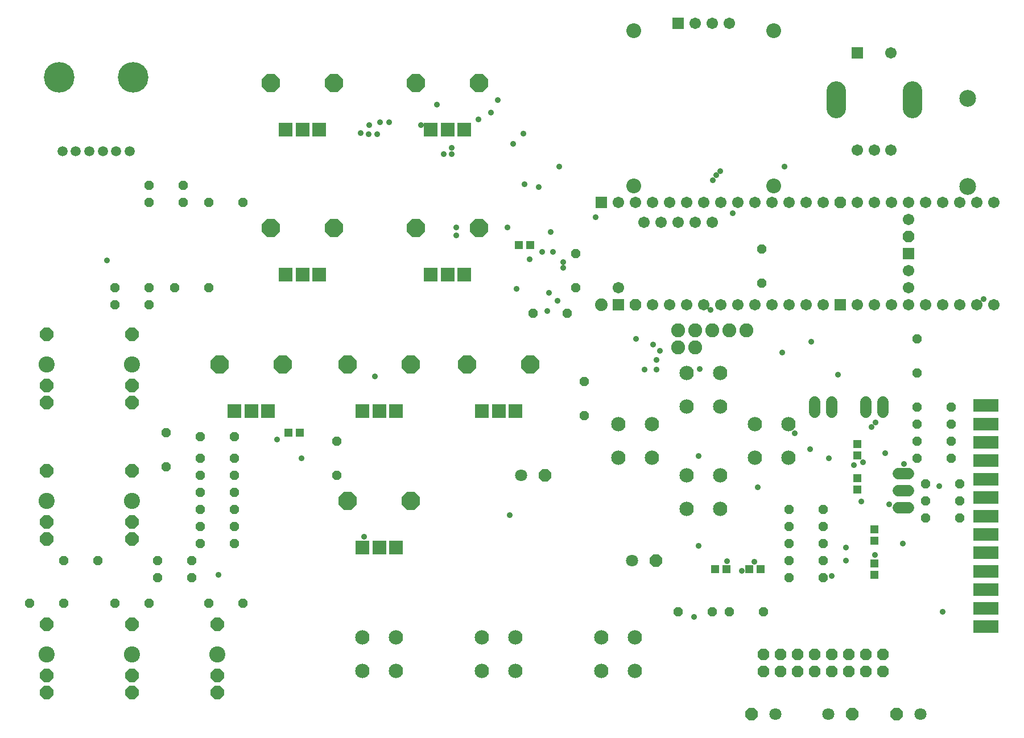
<source format=gbr>
G04 EAGLE Gerber RS-274X export*
G75*
%MOMM*%
%FSLAX34Y34*%
%LPD*%
%INSoldermask Top*%
%IPPOS*%
%AMOC8*
5,1,8,0,0,1.08239X$1,22.5*%
G01*
%ADD10R,3.703200X1.903200*%
%ADD11P,1.539592X8X22.500000*%
%ADD12P,1.539592X8X202.500000*%
%ADD13C,1.727200*%
%ADD14C,2.133600*%
%ADD15R,2.082800X2.082800*%
%ADD16P,2.969212X8X112.500000*%
%ADD17P,2.144431X8X22.500000*%
%ADD18C,2.403200*%
%ADD19R,1.703200X1.703200*%
%ADD20C,1.879600*%
%ADD21P,1.843527X8X292.500000*%
%ADD22C,1.703200*%
%ADD23R,1.203200X1.303200*%
%ADD24R,1.303200X1.203200*%
%ADD25P,1.951982X8X22.500000*%
%ADD26C,1.803400*%
%ADD27P,1.951982X8X202.500000*%
%ADD28P,1.869504X8X22.500000*%
%ADD29P,1.539592X8X112.500000*%
%ADD30C,2.903200*%
%ADD31P,1.539592X8X292.500000*%
%ADD32C,1.503200*%
%ADD33C,4.553200*%
%ADD34C,2.203200*%
%ADD35C,2.503200*%
%ADD36C,2.082800*%
%ADD37C,0.889000*%
%ADD38C,0.908800*%


D10*
X1689612Y497334D03*
X1689610Y469900D03*
X1689612Y442466D03*
X1689612Y415038D03*
X1689614Y387602D03*
X1689612Y360174D03*
X1689610Y332740D03*
X1689612Y305306D03*
X1689612Y277878D03*
X1689614Y250442D03*
X1689612Y223014D03*
X1689610Y195580D03*
X1689612Y168146D03*
D11*
X1231900Y190500D03*
X1282700Y190500D03*
X1308100Y190500D03*
X1358900Y190500D03*
D12*
X1447800Y342900D03*
X1397000Y342900D03*
D11*
X1397000Y292100D03*
X1447800Y292100D03*
X1397000Y241300D03*
X1447800Y241300D03*
X1397000Y266700D03*
X1447800Y266700D03*
X1397000Y317500D03*
X1447800Y317500D03*
X1587500Y419100D03*
X1638300Y419100D03*
X1587500Y444500D03*
X1638300Y444500D03*
X1587500Y469900D03*
X1638300Y469900D03*
X1587500Y495300D03*
X1638300Y495300D03*
D13*
X1574800Y345440D02*
X1559560Y345440D01*
X1559560Y370840D02*
X1574800Y370840D01*
X1574800Y396240D02*
X1559560Y396240D01*
D14*
X1245000Y393300D03*
X1295000Y393300D03*
X1245000Y343300D03*
X1295000Y343300D03*
X1245000Y545700D03*
X1295000Y545700D03*
X1245000Y495700D03*
X1295000Y495700D03*
D15*
X621900Y488800D03*
X596900Y488800D03*
X571900Y488800D03*
D16*
X643900Y558800D03*
X549900Y558800D03*
D12*
X495300Y825500D03*
X444500Y825500D03*
X584200Y800100D03*
X533400Y800100D03*
X1066800Y635000D03*
X1016000Y635000D03*
X495300Y800100D03*
X444500Y800100D03*
D17*
X292100Y527050D03*
X292100Y603250D03*
X292100Y501650D03*
D18*
X292100Y558800D03*
D19*
X1117600Y800100D03*
X1574800Y723900D03*
X1143000Y647700D03*
D20*
X1117600Y647700D03*
D21*
X1168400Y647700D03*
X1574800Y749300D03*
D22*
X1574800Y774700D03*
X1574800Y698500D03*
X1574800Y673100D03*
X1447800Y647700D03*
X1447800Y800100D03*
X1143000Y800100D03*
X1168400Y800100D03*
X1193800Y800100D03*
X1219200Y800100D03*
X1244600Y800100D03*
X1270000Y800100D03*
X1295400Y800100D03*
X1320800Y800100D03*
X1346200Y800100D03*
X1371600Y800100D03*
X1397000Y800100D03*
X1422400Y800100D03*
X1143000Y673100D03*
X1422400Y647700D03*
X1397000Y647700D03*
X1371600Y647700D03*
X1346200Y647700D03*
X1320800Y647700D03*
X1295400Y647700D03*
X1270000Y647700D03*
X1244600Y647700D03*
X1219200Y647700D03*
X1193800Y647700D03*
D21*
X1473200Y800100D03*
D22*
X1524000Y800100D03*
X1549400Y800100D03*
X1574800Y800100D03*
X1600200Y800100D03*
X1625600Y800100D03*
X1651000Y800100D03*
X1676400Y800100D03*
X1701800Y800100D03*
X1498600Y647700D03*
X1524000Y647700D03*
X1549400Y647700D03*
X1574800Y647700D03*
X1600200Y647700D03*
X1625600Y647700D03*
X1651000Y647700D03*
X1676400Y647700D03*
X1701800Y647700D03*
X1181100Y770100D03*
X1206500Y770100D03*
X1231900Y770100D03*
X1257300Y770100D03*
X1282700Y770100D03*
X1498600Y800100D03*
D19*
X1473200Y647700D03*
D23*
X1498600Y372500D03*
X1498600Y389500D03*
X1498600Y423300D03*
X1498600Y440300D03*
D24*
X1303900Y254000D03*
X1286900Y254000D03*
X1354700Y254000D03*
X1337700Y254000D03*
D23*
X1524000Y245500D03*
X1524000Y262500D03*
X1524000Y296300D03*
X1524000Y313300D03*
D25*
X1490980Y38100D03*
D26*
X1455420Y38100D03*
D27*
X1341120Y38100D03*
D26*
X1376680Y38100D03*
D28*
X1358900Y127000D03*
X1358900Y101600D03*
X1384300Y127000D03*
X1384300Y101600D03*
X1409700Y127000D03*
X1409700Y101600D03*
X1435100Y127000D03*
X1435100Y101600D03*
X1460500Y127000D03*
X1460500Y101600D03*
X1485900Y127000D03*
X1485900Y101600D03*
X1511300Y127000D03*
X1511300Y101600D03*
X1536700Y127000D03*
X1536700Y101600D03*
D27*
X1557020Y38100D03*
D26*
X1592580Y38100D03*
D15*
X990200Y488800D03*
X965200Y488800D03*
X940200Y488800D03*
D16*
X1012200Y558800D03*
X918200Y558800D03*
D11*
X1600200Y330200D03*
X1651000Y330200D03*
X1600200Y355600D03*
X1651000Y355600D03*
X1600200Y381000D03*
X1651000Y381000D03*
D29*
X1092200Y482600D03*
X1092200Y533400D03*
X1356360Y679450D03*
X1356360Y730250D03*
X1587500Y546100D03*
X1587500Y596900D03*
D14*
X762400Y152000D03*
X812400Y152000D03*
X762400Y102000D03*
X812400Y102000D03*
X1143400Y469500D03*
X1193400Y469500D03*
X1143400Y419500D03*
X1193400Y419500D03*
X940200Y152000D03*
X990200Y152000D03*
X940200Y102000D03*
X990200Y102000D03*
X1346600Y469500D03*
X1396600Y469500D03*
X1346600Y419500D03*
X1396600Y419500D03*
D15*
X812400Y488800D03*
X787400Y488800D03*
X762400Y488800D03*
D16*
X834400Y558800D03*
X740400Y558800D03*
D15*
X698100Y907900D03*
X673100Y907900D03*
X648100Y907900D03*
D16*
X720100Y977900D03*
X626100Y977900D03*
D15*
X914000Y907900D03*
X889000Y907900D03*
X864000Y907900D03*
D16*
X936000Y977900D03*
X842000Y977900D03*
D22*
X1549000Y1022500D03*
D19*
X1499000Y1022500D03*
D22*
X1499000Y877500D03*
X1524000Y877500D03*
X1549000Y877500D03*
D30*
X1467000Y939000D02*
X1467000Y966000D01*
X1581000Y966000D02*
X1581000Y939000D01*
D14*
X1118000Y152000D03*
X1168000Y152000D03*
X1118000Y102000D03*
X1168000Y102000D03*
D15*
X698100Y692000D03*
X673100Y692000D03*
X648100Y692000D03*
D16*
X720100Y762000D03*
X626100Y762000D03*
D15*
X914000Y692000D03*
X889000Y692000D03*
X864000Y692000D03*
D16*
X936000Y762000D03*
X842000Y762000D03*
D15*
X812400Y285600D03*
X787400Y285600D03*
X762400Y285600D03*
D16*
X834400Y355600D03*
X740400Y355600D03*
D31*
X469900Y457200D03*
X469900Y406400D03*
D25*
X1033780Y393700D03*
D26*
X998220Y393700D03*
D25*
X1198880Y266700D03*
D26*
X1163320Y266700D03*
D12*
X444500Y673100D03*
X393700Y673100D03*
D29*
X1079500Y673100D03*
X1079500Y723900D03*
D11*
X482600Y673100D03*
X533400Y673100D03*
D12*
X444500Y647700D03*
X393700Y647700D03*
D17*
X419100Y527050D03*
X419100Y603250D03*
X419100Y501650D03*
D18*
X419100Y558800D03*
D32*
X355600Y876300D03*
X375600Y876300D03*
X395600Y876300D03*
X335600Y876300D03*
X315600Y876300D03*
X415600Y876300D03*
D33*
X310600Y986300D03*
X420600Y986300D03*
D19*
X1231900Y1066800D03*
D22*
X1257300Y1066800D03*
X1282700Y1066800D03*
X1308100Y1066800D03*
D34*
X1165860Y1055370D03*
X1374140Y1055370D03*
X1374140Y824230D03*
X1165860Y824230D03*
D12*
X571500Y393700D03*
X520700Y393700D03*
D11*
X520700Y419100D03*
X571500Y419100D03*
D12*
X571500Y450850D03*
X520700Y450850D03*
D11*
X520700Y368300D03*
X571500Y368300D03*
D17*
X292100Y323850D03*
X292100Y400050D03*
X292100Y298450D03*
D18*
X292100Y355600D03*
D12*
X571500Y342900D03*
X520700Y342900D03*
X571500Y292100D03*
X520700Y292100D03*
D31*
X723900Y444500D03*
X723900Y393700D03*
D11*
X520700Y317500D03*
X571500Y317500D03*
D17*
X419100Y323850D03*
X419100Y400050D03*
X419100Y298450D03*
D18*
X419100Y355600D03*
D17*
X292100Y95250D03*
X292100Y171450D03*
X292100Y69850D03*
D18*
X292100Y127000D03*
D11*
X266700Y203200D03*
X317500Y203200D03*
X317500Y266700D03*
X368300Y266700D03*
D17*
X419100Y95250D03*
X419100Y171450D03*
X419100Y69850D03*
D18*
X419100Y127000D03*
D11*
X393700Y203200D03*
X444500Y203200D03*
X457200Y266700D03*
X508000Y266700D03*
D17*
X546100Y95250D03*
X546100Y171450D03*
X546100Y69850D03*
D18*
X546100Y127000D03*
D11*
X533400Y203200D03*
X584200Y203200D03*
D12*
X508000Y241300D03*
X457200Y241300D03*
D35*
X1662500Y954700D03*
X1662500Y823300D03*
D36*
X1231900Y609600D03*
X1257300Y609600D03*
X1282700Y609600D03*
X1308100Y609600D03*
X1333500Y609600D03*
X1231900Y584200D03*
X1257300Y584200D03*
D24*
X668900Y457200D03*
X651900Y457200D03*
X994800Y736600D03*
X1011800Y736600D03*
D13*
X1511300Y502920D02*
X1511300Y487680D01*
X1536700Y487680D02*
X1536700Y502920D01*
X1460500Y502920D02*
X1460500Y487680D01*
X1435100Y487680D02*
X1435100Y502920D01*
D37*
X1304544Y265176D03*
X1482090Y285750D03*
X1493520Y408432D03*
X1460754Y243840D03*
X547878Y245364D03*
X1524762Y275082D03*
X1504188Y354330D03*
X1326642Y251460D03*
X1255776Y182118D03*
X381762Y713232D03*
X1386840Y576072D03*
X1481328Y266700D03*
X1029462Y726186D03*
X1566672Y291846D03*
X1456182Y419100D03*
X634746Y446532D03*
X977646Y762762D03*
X1625346Y190500D03*
X1686306Y656082D03*
X1620774Y377190D03*
X1469898Y543306D03*
X894588Y871728D03*
X1054608Y853440D03*
X1568196Y409956D03*
X1546098Y349758D03*
X1519428Y465582D03*
X1525524Y471678D03*
X1540002Y425958D03*
X1430274Y592074D03*
X1428750Y432054D03*
X1405128Y455676D03*
X1200150Y565404D03*
D38*
X1168908Y596646D03*
D37*
X1345692Y264414D03*
X1037082Y637794D03*
X901446Y762762D03*
X764286Y301752D03*
X981456Y333756D03*
X1350264Y375666D03*
X1262634Y288036D03*
X1507236Y413004D03*
X883158Y871728D03*
X848868Y915162D03*
X873252Y945642D03*
X895350Y880872D03*
X1003554Y826770D03*
X1389888Y852678D03*
X784098Y901446D03*
X801624Y918972D03*
X1002030Y902208D03*
X986790Y886968D03*
X771144Y901446D03*
X788670Y918972D03*
X953262Y933450D03*
X759714Y902970D03*
X771906Y915162D03*
X963168Y951738D03*
X934974Y923544D03*
X1109472Y778002D03*
X1011174Y714756D03*
X671322Y419100D03*
X991362Y671322D03*
X1042416Y755904D03*
X901446Y750570D03*
X1294638Y846582D03*
X1288542Y840486D03*
X1283970Y832866D03*
X1280160Y639318D03*
X780288Y540258D03*
X1312926Y783336D03*
X1264158Y551688D03*
X1024890Y822960D03*
X1060704Y702564D03*
X1194816Y588264D03*
X1204722Y578358D03*
X1040130Y665226D03*
X1052322Y653034D03*
X1262634Y422148D03*
X1045464Y726186D03*
X1060704Y710946D03*
X1181862Y550926D03*
X1200150Y550926D03*
M02*

</source>
